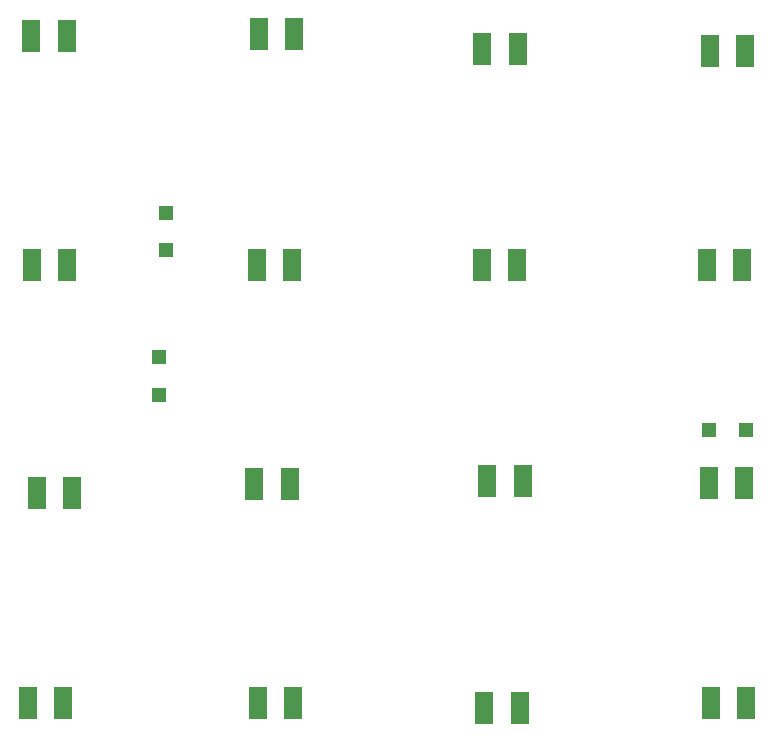
<source format=gbr>
G04 #@! TF.GenerationSoftware,KiCad,Pcbnew,(5.0.0-3-g5ebb6b6)*
G04 #@! TF.CreationDate,2019-05-01T00:54:29-07:00*
G04 #@! TF.ProjectId,arrowPad,6172726F775061642E6B696361645F70,rev?*
G04 #@! TF.SameCoordinates,Original*
G04 #@! TF.FileFunction,Paste,Top*
G04 #@! TF.FilePolarity,Positive*
%FSLAX46Y46*%
G04 Gerber Fmt 4.6, Leading zero omitted, Abs format (unit mm)*
G04 Created by KiCad (PCBNEW (5.0.0-3-g5ebb6b6)) date Wednesday, May 01, 2019 at 12:54:29 AM*
%MOMM*%
%LPD*%
G01*
G04 APERTURE LIST*
%ADD10R,1.200000X1.200000*%
%ADD11R,1.600000X2.800000*%
G04 APERTURE END LIST*
D10*
G04 #@! TO.C,D8*
X189789000Y-93345000D03*
X186639000Y-93345000D03*
G04 #@! TD*
G04 #@! TO.C,D1*
X140665200Y-78130600D03*
X140665200Y-74980600D03*
G04 #@! TD*
D11*
G04 #@! TO.C,D20*
X132716400Y-98704400D03*
X129716400Y-98704400D03*
G04 #@! TD*
G04 #@! TO.C,D21*
X148156800Y-97955100D03*
X151156800Y-97955100D03*
G04 #@! TD*
G04 #@! TO.C,D22*
X170867200Y-97637600D03*
X167867200Y-97637600D03*
G04 #@! TD*
G04 #@! TO.C,D23*
X186612400Y-97802700D03*
X189612400Y-97802700D03*
G04 #@! TD*
G04 #@! TO.C,D24*
X132310000Y-79375000D03*
X129310000Y-79375000D03*
G04 #@! TD*
G04 #@! TO.C,D25*
X148360000Y-79375000D03*
X151360000Y-79375000D03*
G04 #@! TD*
G04 #@! TO.C,D26*
X170410000Y-79375000D03*
X167410000Y-79375000D03*
G04 #@! TD*
G04 #@! TO.C,D27*
X186460000Y-79375000D03*
X189460000Y-79375000D03*
G04 #@! TD*
G04 #@! TO.C,D28*
X132284600Y-60007500D03*
X129284600Y-60007500D03*
G04 #@! TD*
G04 #@! TO.C,D29*
X148525100Y-59804300D03*
X151525100Y-59804300D03*
G04 #@! TD*
G04 #@! TO.C,D30*
X189714000Y-61252100D03*
X186714000Y-61252100D03*
G04 #@! TD*
G04 #@! TO.C,D31*
X167435400Y-61048900D03*
X170435400Y-61048900D03*
G04 #@! TD*
G04 #@! TO.C,D32*
X189802900Y-116497100D03*
X186802900Y-116497100D03*
G04 #@! TD*
G04 #@! TO.C,D33*
X167613200Y-116865400D03*
X170613200Y-116865400D03*
G04 #@! TD*
G04 #@! TO.C,D34*
X151423500Y-116497100D03*
X148423500Y-116497100D03*
G04 #@! TD*
G04 #@! TO.C,D35*
X128979800Y-116497100D03*
X131979800Y-116497100D03*
G04 #@! TD*
D10*
G04 #@! TO.C,R3*
X140081000Y-87198000D03*
X140081000Y-90348000D03*
G04 #@! TD*
M02*

</source>
